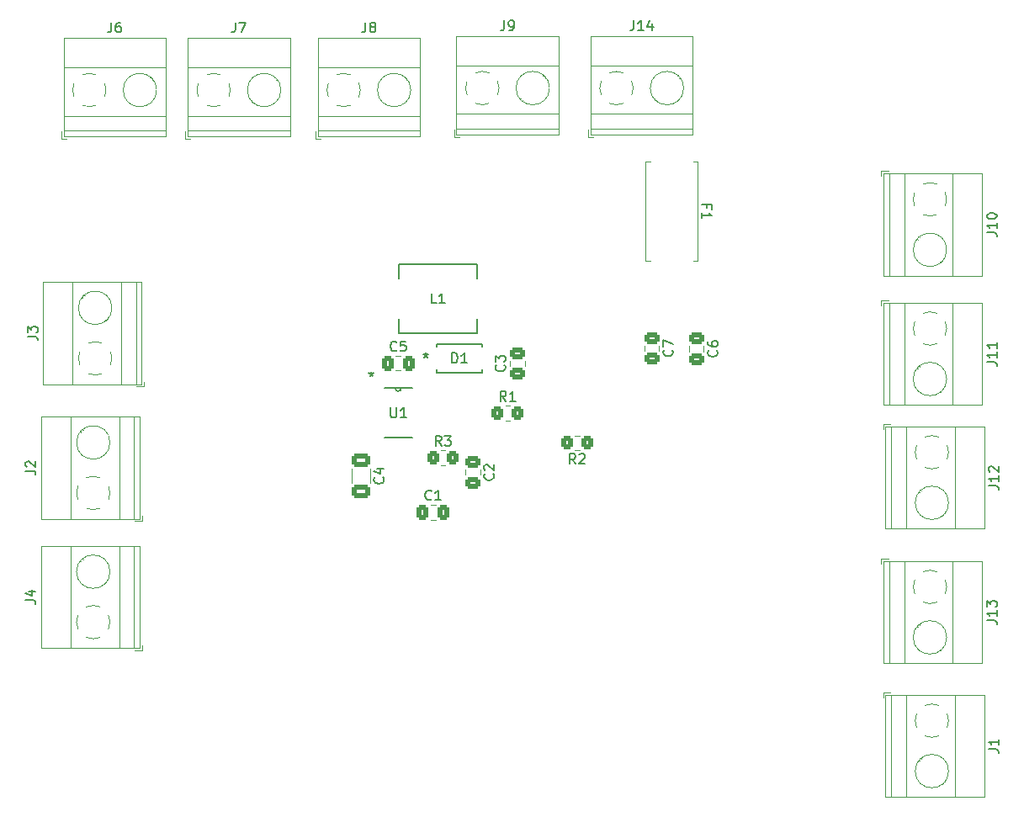
<source format=gto>
%TF.GenerationSoftware,KiCad,Pcbnew,8.0.5*%
%TF.CreationDate,2024-11-24T13:51:33-06:00*%
%TF.ProjectId,Buck_V2,4275636b-5f56-4322-9e6b-696361645f70,rev?*%
%TF.SameCoordinates,Original*%
%TF.FileFunction,Legend,Top*%
%TF.FilePolarity,Positive*%
%FSLAX46Y46*%
G04 Gerber Fmt 4.6, Leading zero omitted, Abs format (unit mm)*
G04 Created by KiCad (PCBNEW 8.0.5) date 2024-11-24 13:51:33*
%MOMM*%
%LPD*%
G01*
G04 APERTURE LIST*
G04 Aperture macros list*
%AMRoundRect*
0 Rectangle with rounded corners*
0 $1 Rounding radius*
0 $2 $3 $4 $5 $6 $7 $8 $9 X,Y pos of 4 corners*
0 Add a 4 corners polygon primitive as box body*
4,1,4,$2,$3,$4,$5,$6,$7,$8,$9,$2,$3,0*
0 Add four circle primitives for the rounded corners*
1,1,$1+$1,$2,$3*
1,1,$1+$1,$4,$5*
1,1,$1+$1,$6,$7*
1,1,$1+$1,$8,$9*
0 Add four rect primitives between the rounded corners*
20,1,$1+$1,$2,$3,$4,$5,0*
20,1,$1+$1,$4,$5,$6,$7,0*
20,1,$1+$1,$6,$7,$8,$9,0*
20,1,$1+$1,$8,$9,$2,$3,0*%
G04 Aperture macros list end*
%ADD10C,0.150000*%
%ADD11C,0.120000*%
%ADD12C,0.152400*%
%ADD13RoundRect,0.250000X-0.475000X0.337500X-0.475000X-0.337500X0.475000X-0.337500X0.475000X0.337500X0*%
%ADD14R,1.727200X1.625600*%
%ADD15RoundRect,0.250000X0.350000X0.450000X-0.350000X0.450000X-0.350000X-0.450000X0.350000X-0.450000X0*%
%ADD16RoundRect,0.250000X0.475000X-0.337500X0.475000X0.337500X-0.475000X0.337500X-0.475000X-0.337500X0*%
%ADD17R,2.600000X2.600000*%
%ADD18C,2.600000*%
%ADD19RoundRect,0.250000X-0.337500X-0.475000X0.337500X-0.475000X0.337500X0.475000X-0.337500X0.475000X0*%
%ADD20R,1.981200X0.558800*%
%ADD21R,3.810000X4.240000*%
%ADD22RoundRect,0.250000X-0.650000X0.412500X-0.650000X-0.412500X0.650000X-0.412500X0.650000X0.412500X0*%
%ADD23RoundRect,0.250000X-0.350000X-0.450000X0.350000X-0.450000X0.350000X0.450000X-0.350000X0.450000X0*%
%ADD24R,2.489200X3.429000*%
G04 APERTURE END LIST*
D10*
X112039580Y-125704166D02*
X112087200Y-125751785D01*
X112087200Y-125751785D02*
X112134819Y-125894642D01*
X112134819Y-125894642D02*
X112134819Y-125989880D01*
X112134819Y-125989880D02*
X112087200Y-126132737D01*
X112087200Y-126132737D02*
X111991961Y-126227975D01*
X111991961Y-126227975D02*
X111896723Y-126275594D01*
X111896723Y-126275594D02*
X111706247Y-126323213D01*
X111706247Y-126323213D02*
X111563390Y-126323213D01*
X111563390Y-126323213D02*
X111372914Y-126275594D01*
X111372914Y-126275594D02*
X111277676Y-126227975D01*
X111277676Y-126227975D02*
X111182438Y-126132737D01*
X111182438Y-126132737D02*
X111134819Y-125989880D01*
X111134819Y-125989880D02*
X111134819Y-125894642D01*
X111134819Y-125894642D02*
X111182438Y-125751785D01*
X111182438Y-125751785D02*
X111230057Y-125704166D01*
X111134819Y-124847023D02*
X111134819Y-125037499D01*
X111134819Y-125037499D02*
X111182438Y-125132737D01*
X111182438Y-125132737D02*
X111230057Y-125180356D01*
X111230057Y-125180356D02*
X111372914Y-125275594D01*
X111372914Y-125275594D02*
X111563390Y-125323213D01*
X111563390Y-125323213D02*
X111944342Y-125323213D01*
X111944342Y-125323213D02*
X112039580Y-125275594D01*
X112039580Y-125275594D02*
X112087200Y-125227975D01*
X112087200Y-125227975D02*
X112134819Y-125132737D01*
X112134819Y-125132737D02*
X112134819Y-124942261D01*
X112134819Y-124942261D02*
X112087200Y-124847023D01*
X112087200Y-124847023D02*
X112039580Y-124799404D01*
X112039580Y-124799404D02*
X111944342Y-124751785D01*
X111944342Y-124751785D02*
X111706247Y-124751785D01*
X111706247Y-124751785D02*
X111611009Y-124799404D01*
X111611009Y-124799404D02*
X111563390Y-124847023D01*
X111563390Y-124847023D02*
X111515771Y-124942261D01*
X111515771Y-124942261D02*
X111515771Y-125132737D01*
X111515771Y-125132737D02*
X111563390Y-125227975D01*
X111563390Y-125227975D02*
X111611009Y-125275594D01*
X111611009Y-125275594D02*
X111706247Y-125323213D01*
X85395505Y-126954819D02*
X85395505Y-125954819D01*
X85395505Y-125954819D02*
X85633600Y-125954819D01*
X85633600Y-125954819D02*
X85776457Y-126002438D01*
X85776457Y-126002438D02*
X85871695Y-126097676D01*
X85871695Y-126097676D02*
X85919314Y-126192914D01*
X85919314Y-126192914D02*
X85966933Y-126383390D01*
X85966933Y-126383390D02*
X85966933Y-126526247D01*
X85966933Y-126526247D02*
X85919314Y-126716723D01*
X85919314Y-126716723D02*
X85871695Y-126811961D01*
X85871695Y-126811961D02*
X85776457Y-126907200D01*
X85776457Y-126907200D02*
X85633600Y-126954819D01*
X85633600Y-126954819D02*
X85395505Y-126954819D01*
X86919314Y-126954819D02*
X86347886Y-126954819D01*
X86633600Y-126954819D02*
X86633600Y-125954819D01*
X86633600Y-125954819D02*
X86538362Y-126097676D01*
X86538362Y-126097676D02*
X86443124Y-126192914D01*
X86443124Y-126192914D02*
X86347886Y-126240533D01*
X82755400Y-125954819D02*
X82755400Y-126192914D01*
X82517305Y-126097676D02*
X82755400Y-126192914D01*
X82755400Y-126192914D02*
X82993495Y-126097676D01*
X82612543Y-126383390D02*
X82755400Y-126192914D01*
X82755400Y-126192914D02*
X82898257Y-126383390D01*
X82755400Y-125954819D02*
X82755400Y-126192914D01*
X82517305Y-126097676D02*
X82755400Y-126192914D01*
X82755400Y-126192914D02*
X82993495Y-126097676D01*
X82612543Y-126383390D02*
X82755400Y-126192914D01*
X82755400Y-126192914D02*
X82898257Y-126383390D01*
X97833333Y-137104819D02*
X97500000Y-136628628D01*
X97261905Y-137104819D02*
X97261905Y-136104819D01*
X97261905Y-136104819D02*
X97642857Y-136104819D01*
X97642857Y-136104819D02*
X97738095Y-136152438D01*
X97738095Y-136152438D02*
X97785714Y-136200057D01*
X97785714Y-136200057D02*
X97833333Y-136295295D01*
X97833333Y-136295295D02*
X97833333Y-136438152D01*
X97833333Y-136438152D02*
X97785714Y-136533390D01*
X97785714Y-136533390D02*
X97738095Y-136581009D01*
X97738095Y-136581009D02*
X97642857Y-136628628D01*
X97642857Y-136628628D02*
X97261905Y-136628628D01*
X98214286Y-136200057D02*
X98261905Y-136152438D01*
X98261905Y-136152438D02*
X98357143Y-136104819D01*
X98357143Y-136104819D02*
X98595238Y-136104819D01*
X98595238Y-136104819D02*
X98690476Y-136152438D01*
X98690476Y-136152438D02*
X98738095Y-136200057D01*
X98738095Y-136200057D02*
X98785714Y-136295295D01*
X98785714Y-136295295D02*
X98785714Y-136390533D01*
X98785714Y-136390533D02*
X98738095Y-136533390D01*
X98738095Y-136533390D02*
X98166667Y-137104819D01*
X98166667Y-137104819D02*
X98785714Y-137104819D01*
X90679580Y-127166666D02*
X90727200Y-127214285D01*
X90727200Y-127214285D02*
X90774819Y-127357142D01*
X90774819Y-127357142D02*
X90774819Y-127452380D01*
X90774819Y-127452380D02*
X90727200Y-127595237D01*
X90727200Y-127595237D02*
X90631961Y-127690475D01*
X90631961Y-127690475D02*
X90536723Y-127738094D01*
X90536723Y-127738094D02*
X90346247Y-127785713D01*
X90346247Y-127785713D02*
X90203390Y-127785713D01*
X90203390Y-127785713D02*
X90012914Y-127738094D01*
X90012914Y-127738094D02*
X89917676Y-127690475D01*
X89917676Y-127690475D02*
X89822438Y-127595237D01*
X89822438Y-127595237D02*
X89774819Y-127452380D01*
X89774819Y-127452380D02*
X89774819Y-127357142D01*
X89774819Y-127357142D02*
X89822438Y-127214285D01*
X89822438Y-127214285D02*
X89870057Y-127166666D01*
X89774819Y-126833332D02*
X89774819Y-126214285D01*
X89774819Y-126214285D02*
X90155771Y-126547618D01*
X90155771Y-126547618D02*
X90155771Y-126404761D01*
X90155771Y-126404761D02*
X90203390Y-126309523D01*
X90203390Y-126309523D02*
X90251009Y-126261904D01*
X90251009Y-126261904D02*
X90346247Y-126214285D01*
X90346247Y-126214285D02*
X90584342Y-126214285D01*
X90584342Y-126214285D02*
X90679580Y-126261904D01*
X90679580Y-126261904D02*
X90727200Y-126309523D01*
X90727200Y-126309523D02*
X90774819Y-126404761D01*
X90774819Y-126404761D02*
X90774819Y-126690475D01*
X90774819Y-126690475D02*
X90727200Y-126785713D01*
X90727200Y-126785713D02*
X90679580Y-126833332D01*
X63626666Y-92694819D02*
X63626666Y-93409104D01*
X63626666Y-93409104D02*
X63579047Y-93551961D01*
X63579047Y-93551961D02*
X63483809Y-93647200D01*
X63483809Y-93647200D02*
X63340952Y-93694819D01*
X63340952Y-93694819D02*
X63245714Y-93694819D01*
X64007619Y-92694819D02*
X64674285Y-92694819D01*
X64674285Y-92694819D02*
X64245714Y-93694819D01*
X76706666Y-92694819D02*
X76706666Y-93409104D01*
X76706666Y-93409104D02*
X76659047Y-93551961D01*
X76659047Y-93551961D02*
X76563809Y-93647200D01*
X76563809Y-93647200D02*
X76420952Y-93694819D01*
X76420952Y-93694819D02*
X76325714Y-93694819D01*
X77325714Y-93123390D02*
X77230476Y-93075771D01*
X77230476Y-93075771D02*
X77182857Y-93028152D01*
X77182857Y-93028152D02*
X77135238Y-92932914D01*
X77135238Y-92932914D02*
X77135238Y-92885295D01*
X77135238Y-92885295D02*
X77182857Y-92790057D01*
X77182857Y-92790057D02*
X77230476Y-92742438D01*
X77230476Y-92742438D02*
X77325714Y-92694819D01*
X77325714Y-92694819D02*
X77516190Y-92694819D01*
X77516190Y-92694819D02*
X77611428Y-92742438D01*
X77611428Y-92742438D02*
X77659047Y-92790057D01*
X77659047Y-92790057D02*
X77706666Y-92885295D01*
X77706666Y-92885295D02*
X77706666Y-92932914D01*
X77706666Y-92932914D02*
X77659047Y-93028152D01*
X77659047Y-93028152D02*
X77611428Y-93075771D01*
X77611428Y-93075771D02*
X77516190Y-93123390D01*
X77516190Y-93123390D02*
X77325714Y-93123390D01*
X77325714Y-93123390D02*
X77230476Y-93171009D01*
X77230476Y-93171009D02*
X77182857Y-93218628D01*
X77182857Y-93218628D02*
X77135238Y-93313866D01*
X77135238Y-93313866D02*
X77135238Y-93504342D01*
X77135238Y-93504342D02*
X77182857Y-93599580D01*
X77182857Y-93599580D02*
X77230476Y-93647200D01*
X77230476Y-93647200D02*
X77325714Y-93694819D01*
X77325714Y-93694819D02*
X77516190Y-93694819D01*
X77516190Y-93694819D02*
X77611428Y-93647200D01*
X77611428Y-93647200D02*
X77659047Y-93599580D01*
X77659047Y-93599580D02*
X77706666Y-93504342D01*
X77706666Y-93504342D02*
X77706666Y-93313866D01*
X77706666Y-93313866D02*
X77659047Y-93218628D01*
X77659047Y-93218628D02*
X77611428Y-93171009D01*
X77611428Y-93171009D02*
X77516190Y-93123390D01*
X89539580Y-138129166D02*
X89587200Y-138176785D01*
X89587200Y-138176785D02*
X89634819Y-138319642D01*
X89634819Y-138319642D02*
X89634819Y-138414880D01*
X89634819Y-138414880D02*
X89587200Y-138557737D01*
X89587200Y-138557737D02*
X89491961Y-138652975D01*
X89491961Y-138652975D02*
X89396723Y-138700594D01*
X89396723Y-138700594D02*
X89206247Y-138748213D01*
X89206247Y-138748213D02*
X89063390Y-138748213D01*
X89063390Y-138748213D02*
X88872914Y-138700594D01*
X88872914Y-138700594D02*
X88777676Y-138652975D01*
X88777676Y-138652975D02*
X88682438Y-138557737D01*
X88682438Y-138557737D02*
X88634819Y-138414880D01*
X88634819Y-138414880D02*
X88634819Y-138319642D01*
X88634819Y-138319642D02*
X88682438Y-138176785D01*
X88682438Y-138176785D02*
X88730057Y-138129166D01*
X88730057Y-137748213D02*
X88682438Y-137700594D01*
X88682438Y-137700594D02*
X88634819Y-137605356D01*
X88634819Y-137605356D02*
X88634819Y-137367261D01*
X88634819Y-137367261D02*
X88682438Y-137272023D01*
X88682438Y-137272023D02*
X88730057Y-137224404D01*
X88730057Y-137224404D02*
X88825295Y-137176785D01*
X88825295Y-137176785D02*
X88920533Y-137176785D01*
X88920533Y-137176785D02*
X89063390Y-137224404D01*
X89063390Y-137224404D02*
X89634819Y-137795832D01*
X89634819Y-137795832D02*
X89634819Y-137176785D01*
X79833333Y-125679580D02*
X79785714Y-125727200D01*
X79785714Y-125727200D02*
X79642857Y-125774819D01*
X79642857Y-125774819D02*
X79547619Y-125774819D01*
X79547619Y-125774819D02*
X79404762Y-125727200D01*
X79404762Y-125727200D02*
X79309524Y-125631961D01*
X79309524Y-125631961D02*
X79261905Y-125536723D01*
X79261905Y-125536723D02*
X79214286Y-125346247D01*
X79214286Y-125346247D02*
X79214286Y-125203390D01*
X79214286Y-125203390D02*
X79261905Y-125012914D01*
X79261905Y-125012914D02*
X79309524Y-124917676D01*
X79309524Y-124917676D02*
X79404762Y-124822438D01*
X79404762Y-124822438D02*
X79547619Y-124774819D01*
X79547619Y-124774819D02*
X79642857Y-124774819D01*
X79642857Y-124774819D02*
X79785714Y-124822438D01*
X79785714Y-124822438D02*
X79833333Y-124870057D01*
X80738095Y-124774819D02*
X80261905Y-124774819D01*
X80261905Y-124774819D02*
X80214286Y-125251009D01*
X80214286Y-125251009D02*
X80261905Y-125203390D01*
X80261905Y-125203390D02*
X80357143Y-125155771D01*
X80357143Y-125155771D02*
X80595238Y-125155771D01*
X80595238Y-125155771D02*
X80690476Y-125203390D01*
X80690476Y-125203390D02*
X80738095Y-125251009D01*
X80738095Y-125251009D02*
X80785714Y-125346247D01*
X80785714Y-125346247D02*
X80785714Y-125584342D01*
X80785714Y-125584342D02*
X80738095Y-125679580D01*
X80738095Y-125679580D02*
X80690476Y-125727200D01*
X80690476Y-125727200D02*
X80595238Y-125774819D01*
X80595238Y-125774819D02*
X80357143Y-125774819D01*
X80357143Y-125774819D02*
X80261905Y-125727200D01*
X80261905Y-125727200D02*
X80214286Y-125679580D01*
X107559780Y-125666666D02*
X107607400Y-125714285D01*
X107607400Y-125714285D02*
X107655019Y-125857142D01*
X107655019Y-125857142D02*
X107655019Y-125952380D01*
X107655019Y-125952380D02*
X107607400Y-126095237D01*
X107607400Y-126095237D02*
X107512161Y-126190475D01*
X107512161Y-126190475D02*
X107416923Y-126238094D01*
X107416923Y-126238094D02*
X107226447Y-126285713D01*
X107226447Y-126285713D02*
X107083590Y-126285713D01*
X107083590Y-126285713D02*
X106893114Y-126238094D01*
X106893114Y-126238094D02*
X106797876Y-126190475D01*
X106797876Y-126190475D02*
X106702638Y-126095237D01*
X106702638Y-126095237D02*
X106655019Y-125952380D01*
X106655019Y-125952380D02*
X106655019Y-125857142D01*
X106655019Y-125857142D02*
X106702638Y-125714285D01*
X106702638Y-125714285D02*
X106750257Y-125666666D01*
X106655019Y-125333332D02*
X106655019Y-124666666D01*
X106655019Y-124666666D02*
X107655019Y-125095237D01*
X103685476Y-92499819D02*
X103685476Y-93214104D01*
X103685476Y-93214104D02*
X103637857Y-93356961D01*
X103637857Y-93356961D02*
X103542619Y-93452200D01*
X103542619Y-93452200D02*
X103399762Y-93499819D01*
X103399762Y-93499819D02*
X103304524Y-93499819D01*
X104685476Y-93499819D02*
X104114048Y-93499819D01*
X104399762Y-93499819D02*
X104399762Y-92499819D01*
X104399762Y-92499819D02*
X104304524Y-92642676D01*
X104304524Y-92642676D02*
X104209286Y-92737914D01*
X104209286Y-92737914D02*
X104114048Y-92785533D01*
X105542619Y-92833152D02*
X105542619Y-93499819D01*
X105304524Y-92452200D02*
X105066429Y-93166485D01*
X105066429Y-93166485D02*
X105685476Y-93166485D01*
X139409819Y-165828333D02*
X140124104Y-165828333D01*
X140124104Y-165828333D02*
X140266961Y-165875952D01*
X140266961Y-165875952D02*
X140362200Y-165971190D01*
X140362200Y-165971190D02*
X140409819Y-166114047D01*
X140409819Y-166114047D02*
X140409819Y-166209285D01*
X140409819Y-164828333D02*
X140409819Y-165399761D01*
X140409819Y-165114047D02*
X139409819Y-165114047D01*
X139409819Y-165114047D02*
X139552676Y-165209285D01*
X139552676Y-165209285D02*
X139647914Y-165304523D01*
X139647914Y-165304523D02*
X139695533Y-165399761D01*
X79238095Y-131454819D02*
X79238095Y-132264342D01*
X79238095Y-132264342D02*
X79285714Y-132359580D01*
X79285714Y-132359580D02*
X79333333Y-132407200D01*
X79333333Y-132407200D02*
X79428571Y-132454819D01*
X79428571Y-132454819D02*
X79619047Y-132454819D01*
X79619047Y-132454819D02*
X79714285Y-132407200D01*
X79714285Y-132407200D02*
X79761904Y-132359580D01*
X79761904Y-132359580D02*
X79809523Y-132264342D01*
X79809523Y-132264342D02*
X79809523Y-131454819D01*
X80809523Y-132454819D02*
X80238095Y-132454819D01*
X80523809Y-132454819D02*
X80523809Y-131454819D01*
X80523809Y-131454819D02*
X80428571Y-131597676D01*
X80428571Y-131597676D02*
X80333333Y-131692914D01*
X80333333Y-131692914D02*
X80238095Y-131740533D01*
X77282200Y-127848019D02*
X77282200Y-128086114D01*
X77044105Y-127990876D02*
X77282200Y-128086114D01*
X77282200Y-128086114D02*
X77520295Y-127990876D01*
X77139343Y-128276590D02*
X77282200Y-128086114D01*
X77282200Y-128086114D02*
X77425057Y-128276590D01*
X77282200Y-127848019D02*
X77282200Y-128086114D01*
X77044105Y-127990876D02*
X77282200Y-128086114D01*
X77282200Y-128086114D02*
X77520295Y-127990876D01*
X77139343Y-128276590D02*
X77282200Y-128086114D01*
X77282200Y-128086114D02*
X77425057Y-128276590D01*
X51126666Y-92694819D02*
X51126666Y-93409104D01*
X51126666Y-93409104D02*
X51079047Y-93551961D01*
X51079047Y-93551961D02*
X50983809Y-93647200D01*
X50983809Y-93647200D02*
X50840952Y-93694819D01*
X50840952Y-93694819D02*
X50745714Y-93694819D01*
X52031428Y-92694819D02*
X51840952Y-92694819D01*
X51840952Y-92694819D02*
X51745714Y-92742438D01*
X51745714Y-92742438D02*
X51698095Y-92790057D01*
X51698095Y-92790057D02*
X51602857Y-92932914D01*
X51602857Y-92932914D02*
X51555238Y-93123390D01*
X51555238Y-93123390D02*
X51555238Y-93504342D01*
X51555238Y-93504342D02*
X51602857Y-93599580D01*
X51602857Y-93599580D02*
X51650476Y-93647200D01*
X51650476Y-93647200D02*
X51745714Y-93694819D01*
X51745714Y-93694819D02*
X51936190Y-93694819D01*
X51936190Y-93694819D02*
X52031428Y-93647200D01*
X52031428Y-93647200D02*
X52079047Y-93599580D01*
X52079047Y-93599580D02*
X52126666Y-93504342D01*
X52126666Y-93504342D02*
X52126666Y-93266247D01*
X52126666Y-93266247D02*
X52079047Y-93171009D01*
X52079047Y-93171009D02*
X52031428Y-93123390D01*
X52031428Y-93123390D02*
X51936190Y-93075771D01*
X51936190Y-93075771D02*
X51745714Y-93075771D01*
X51745714Y-93075771D02*
X51650476Y-93123390D01*
X51650476Y-93123390D02*
X51602857Y-93171009D01*
X51602857Y-93171009D02*
X51555238Y-93266247D01*
X90661666Y-92499819D02*
X90661666Y-93214104D01*
X90661666Y-93214104D02*
X90614047Y-93356961D01*
X90614047Y-93356961D02*
X90518809Y-93452200D01*
X90518809Y-93452200D02*
X90375952Y-93499819D01*
X90375952Y-93499819D02*
X90280714Y-93499819D01*
X91185476Y-93499819D02*
X91375952Y-93499819D01*
X91375952Y-93499819D02*
X91471190Y-93452200D01*
X91471190Y-93452200D02*
X91518809Y-93404580D01*
X91518809Y-93404580D02*
X91614047Y-93261723D01*
X91614047Y-93261723D02*
X91661666Y-93071247D01*
X91661666Y-93071247D02*
X91661666Y-92690295D01*
X91661666Y-92690295D02*
X91614047Y-92595057D01*
X91614047Y-92595057D02*
X91566428Y-92547438D01*
X91566428Y-92547438D02*
X91471190Y-92499819D01*
X91471190Y-92499819D02*
X91280714Y-92499819D01*
X91280714Y-92499819D02*
X91185476Y-92547438D01*
X91185476Y-92547438D02*
X91137857Y-92595057D01*
X91137857Y-92595057D02*
X91090238Y-92690295D01*
X91090238Y-92690295D02*
X91090238Y-92928390D01*
X91090238Y-92928390D02*
X91137857Y-93023628D01*
X91137857Y-93023628D02*
X91185476Y-93071247D01*
X91185476Y-93071247D02*
X91280714Y-93118866D01*
X91280714Y-93118866D02*
X91471190Y-93118866D01*
X91471190Y-93118866D02*
X91566428Y-93071247D01*
X91566428Y-93071247D02*
X91614047Y-93023628D01*
X91614047Y-93023628D02*
X91661666Y-92928390D01*
X42499819Y-137838333D02*
X43214104Y-137838333D01*
X43214104Y-137838333D02*
X43356961Y-137885952D01*
X43356961Y-137885952D02*
X43452200Y-137981190D01*
X43452200Y-137981190D02*
X43499819Y-138124047D01*
X43499819Y-138124047D02*
X43499819Y-138219285D01*
X42595057Y-137409761D02*
X42547438Y-137362142D01*
X42547438Y-137362142D02*
X42499819Y-137266904D01*
X42499819Y-137266904D02*
X42499819Y-137028809D01*
X42499819Y-137028809D02*
X42547438Y-136933571D01*
X42547438Y-136933571D02*
X42595057Y-136885952D01*
X42595057Y-136885952D02*
X42690295Y-136838333D01*
X42690295Y-136838333D02*
X42785533Y-136838333D01*
X42785533Y-136838333D02*
X42928390Y-136885952D01*
X42928390Y-136885952D02*
X43499819Y-137457380D01*
X43499819Y-137457380D02*
X43499819Y-136838333D01*
X42499819Y-150838333D02*
X43214104Y-150838333D01*
X43214104Y-150838333D02*
X43356961Y-150885952D01*
X43356961Y-150885952D02*
X43452200Y-150981190D01*
X43452200Y-150981190D02*
X43499819Y-151124047D01*
X43499819Y-151124047D02*
X43499819Y-151219285D01*
X42833152Y-149933571D02*
X43499819Y-149933571D01*
X42452200Y-150171666D02*
X43166485Y-150409761D01*
X43166485Y-150409761D02*
X43166485Y-149790714D01*
X111068990Y-111351666D02*
X111068990Y-111018333D01*
X110545180Y-111018333D02*
X111545180Y-111018333D01*
X111545180Y-111018333D02*
X111545180Y-111494523D01*
X110545180Y-112399285D02*
X110545180Y-111827857D01*
X110545180Y-112113571D02*
X111545180Y-112113571D01*
X111545180Y-112113571D02*
X111402323Y-112018333D01*
X111402323Y-112018333D02*
X111307085Y-111923095D01*
X111307085Y-111923095D02*
X111259466Y-111827857D01*
X78459580Y-138479166D02*
X78507200Y-138526785D01*
X78507200Y-138526785D02*
X78554819Y-138669642D01*
X78554819Y-138669642D02*
X78554819Y-138764880D01*
X78554819Y-138764880D02*
X78507200Y-138907737D01*
X78507200Y-138907737D02*
X78411961Y-139002975D01*
X78411961Y-139002975D02*
X78316723Y-139050594D01*
X78316723Y-139050594D02*
X78126247Y-139098213D01*
X78126247Y-139098213D02*
X77983390Y-139098213D01*
X77983390Y-139098213D02*
X77792914Y-139050594D01*
X77792914Y-139050594D02*
X77697676Y-139002975D01*
X77697676Y-139002975D02*
X77602438Y-138907737D01*
X77602438Y-138907737D02*
X77554819Y-138764880D01*
X77554819Y-138764880D02*
X77554819Y-138669642D01*
X77554819Y-138669642D02*
X77602438Y-138526785D01*
X77602438Y-138526785D02*
X77650057Y-138479166D01*
X77888152Y-137622023D02*
X78554819Y-137622023D01*
X77507200Y-137860118D02*
X78221485Y-138098213D01*
X78221485Y-138098213D02*
X78221485Y-137479166D01*
X139409819Y-139304523D02*
X140124104Y-139304523D01*
X140124104Y-139304523D02*
X140266961Y-139352142D01*
X140266961Y-139352142D02*
X140362200Y-139447380D01*
X140362200Y-139447380D02*
X140409819Y-139590237D01*
X140409819Y-139590237D02*
X140409819Y-139685475D01*
X140409819Y-138304523D02*
X140409819Y-138875951D01*
X140409819Y-138590237D02*
X139409819Y-138590237D01*
X139409819Y-138590237D02*
X139552676Y-138685475D01*
X139552676Y-138685475D02*
X139647914Y-138780713D01*
X139647914Y-138780713D02*
X139695533Y-138875951D01*
X139505057Y-137923570D02*
X139457438Y-137875951D01*
X139457438Y-137875951D02*
X139409819Y-137780713D01*
X139409819Y-137780713D02*
X139409819Y-137542618D01*
X139409819Y-137542618D02*
X139457438Y-137447380D01*
X139457438Y-137447380D02*
X139505057Y-137399761D01*
X139505057Y-137399761D02*
X139600295Y-137352142D01*
X139600295Y-137352142D02*
X139695533Y-137352142D01*
X139695533Y-137352142D02*
X139838390Y-137399761D01*
X139838390Y-137399761D02*
X140409819Y-137971189D01*
X140409819Y-137971189D02*
X140409819Y-137352142D01*
X139214819Y-152849523D02*
X139929104Y-152849523D01*
X139929104Y-152849523D02*
X140071961Y-152897142D01*
X140071961Y-152897142D02*
X140167200Y-152992380D01*
X140167200Y-152992380D02*
X140214819Y-153135237D01*
X140214819Y-153135237D02*
X140214819Y-153230475D01*
X140214819Y-151849523D02*
X140214819Y-152420951D01*
X140214819Y-152135237D02*
X139214819Y-152135237D01*
X139214819Y-152135237D02*
X139357676Y-152230475D01*
X139357676Y-152230475D02*
X139452914Y-152325713D01*
X139452914Y-152325713D02*
X139500533Y-152420951D01*
X139214819Y-151516189D02*
X139214819Y-150897142D01*
X139214819Y-150897142D02*
X139595771Y-151230475D01*
X139595771Y-151230475D02*
X139595771Y-151087618D01*
X139595771Y-151087618D02*
X139643390Y-150992380D01*
X139643390Y-150992380D02*
X139691009Y-150944761D01*
X139691009Y-150944761D02*
X139786247Y-150897142D01*
X139786247Y-150897142D02*
X140024342Y-150897142D01*
X140024342Y-150897142D02*
X140119580Y-150944761D01*
X140119580Y-150944761D02*
X140167200Y-150992380D01*
X140167200Y-150992380D02*
X140214819Y-151087618D01*
X140214819Y-151087618D02*
X140214819Y-151373332D01*
X140214819Y-151373332D02*
X140167200Y-151468570D01*
X140167200Y-151468570D02*
X140119580Y-151516189D01*
X42694819Y-124293333D02*
X43409104Y-124293333D01*
X43409104Y-124293333D02*
X43551961Y-124340952D01*
X43551961Y-124340952D02*
X43647200Y-124436190D01*
X43647200Y-124436190D02*
X43694819Y-124579047D01*
X43694819Y-124579047D02*
X43694819Y-124674285D01*
X42694819Y-123912380D02*
X42694819Y-123293333D01*
X42694819Y-123293333D02*
X43075771Y-123626666D01*
X43075771Y-123626666D02*
X43075771Y-123483809D01*
X43075771Y-123483809D02*
X43123390Y-123388571D01*
X43123390Y-123388571D02*
X43171009Y-123340952D01*
X43171009Y-123340952D02*
X43266247Y-123293333D01*
X43266247Y-123293333D02*
X43504342Y-123293333D01*
X43504342Y-123293333D02*
X43599580Y-123340952D01*
X43599580Y-123340952D02*
X43647200Y-123388571D01*
X43647200Y-123388571D02*
X43694819Y-123483809D01*
X43694819Y-123483809D02*
X43694819Y-123769523D01*
X43694819Y-123769523D02*
X43647200Y-123864761D01*
X43647200Y-123864761D02*
X43599580Y-123912380D01*
X139214819Y-113849523D02*
X139929104Y-113849523D01*
X139929104Y-113849523D02*
X140071961Y-113897142D01*
X140071961Y-113897142D02*
X140167200Y-113992380D01*
X140167200Y-113992380D02*
X140214819Y-114135237D01*
X140214819Y-114135237D02*
X140214819Y-114230475D01*
X140214819Y-112849523D02*
X140214819Y-113420951D01*
X140214819Y-113135237D02*
X139214819Y-113135237D01*
X139214819Y-113135237D02*
X139357676Y-113230475D01*
X139357676Y-113230475D02*
X139452914Y-113325713D01*
X139452914Y-113325713D02*
X139500533Y-113420951D01*
X139214819Y-112230475D02*
X139214819Y-112135237D01*
X139214819Y-112135237D02*
X139262438Y-112039999D01*
X139262438Y-112039999D02*
X139310057Y-111992380D01*
X139310057Y-111992380D02*
X139405295Y-111944761D01*
X139405295Y-111944761D02*
X139595771Y-111897142D01*
X139595771Y-111897142D02*
X139833866Y-111897142D01*
X139833866Y-111897142D02*
X140024342Y-111944761D01*
X140024342Y-111944761D02*
X140119580Y-111992380D01*
X140119580Y-111992380D02*
X140167200Y-112039999D01*
X140167200Y-112039999D02*
X140214819Y-112135237D01*
X140214819Y-112135237D02*
X140214819Y-112230475D01*
X140214819Y-112230475D02*
X140167200Y-112325713D01*
X140167200Y-112325713D02*
X140119580Y-112373332D01*
X140119580Y-112373332D02*
X140024342Y-112420951D01*
X140024342Y-112420951D02*
X139833866Y-112468570D01*
X139833866Y-112468570D02*
X139595771Y-112468570D01*
X139595771Y-112468570D02*
X139405295Y-112420951D01*
X139405295Y-112420951D02*
X139310057Y-112373332D01*
X139310057Y-112373332D02*
X139262438Y-112325713D01*
X139262438Y-112325713D02*
X139214819Y-112230475D01*
X84333333Y-135304819D02*
X84000000Y-134828628D01*
X83761905Y-135304819D02*
X83761905Y-134304819D01*
X83761905Y-134304819D02*
X84142857Y-134304819D01*
X84142857Y-134304819D02*
X84238095Y-134352438D01*
X84238095Y-134352438D02*
X84285714Y-134400057D01*
X84285714Y-134400057D02*
X84333333Y-134495295D01*
X84333333Y-134495295D02*
X84333333Y-134638152D01*
X84333333Y-134638152D02*
X84285714Y-134733390D01*
X84285714Y-134733390D02*
X84238095Y-134781009D01*
X84238095Y-134781009D02*
X84142857Y-134828628D01*
X84142857Y-134828628D02*
X83761905Y-134828628D01*
X84666667Y-134304819D02*
X85285714Y-134304819D01*
X85285714Y-134304819D02*
X84952381Y-134685771D01*
X84952381Y-134685771D02*
X85095238Y-134685771D01*
X85095238Y-134685771D02*
X85190476Y-134733390D01*
X85190476Y-134733390D02*
X85238095Y-134781009D01*
X85238095Y-134781009D02*
X85285714Y-134876247D01*
X85285714Y-134876247D02*
X85285714Y-135114342D01*
X85285714Y-135114342D02*
X85238095Y-135209580D01*
X85238095Y-135209580D02*
X85190476Y-135257200D01*
X85190476Y-135257200D02*
X85095238Y-135304819D01*
X85095238Y-135304819D02*
X84809524Y-135304819D01*
X84809524Y-135304819D02*
X84714286Y-135257200D01*
X84714286Y-135257200D02*
X84666667Y-135209580D01*
X139214819Y-126849523D02*
X139929104Y-126849523D01*
X139929104Y-126849523D02*
X140071961Y-126897142D01*
X140071961Y-126897142D02*
X140167200Y-126992380D01*
X140167200Y-126992380D02*
X140214819Y-127135237D01*
X140214819Y-127135237D02*
X140214819Y-127230475D01*
X140214819Y-125849523D02*
X140214819Y-126420951D01*
X140214819Y-126135237D02*
X139214819Y-126135237D01*
X139214819Y-126135237D02*
X139357676Y-126230475D01*
X139357676Y-126230475D02*
X139452914Y-126325713D01*
X139452914Y-126325713D02*
X139500533Y-126420951D01*
X140214819Y-124897142D02*
X140214819Y-125468570D01*
X140214819Y-125182856D02*
X139214819Y-125182856D01*
X139214819Y-125182856D02*
X139357676Y-125278094D01*
X139357676Y-125278094D02*
X139452914Y-125373332D01*
X139452914Y-125373332D02*
X139500533Y-125468570D01*
X83333333Y-140679580D02*
X83285714Y-140727200D01*
X83285714Y-140727200D02*
X83142857Y-140774819D01*
X83142857Y-140774819D02*
X83047619Y-140774819D01*
X83047619Y-140774819D02*
X82904762Y-140727200D01*
X82904762Y-140727200D02*
X82809524Y-140631961D01*
X82809524Y-140631961D02*
X82761905Y-140536723D01*
X82761905Y-140536723D02*
X82714286Y-140346247D01*
X82714286Y-140346247D02*
X82714286Y-140203390D01*
X82714286Y-140203390D02*
X82761905Y-140012914D01*
X82761905Y-140012914D02*
X82809524Y-139917676D01*
X82809524Y-139917676D02*
X82904762Y-139822438D01*
X82904762Y-139822438D02*
X83047619Y-139774819D01*
X83047619Y-139774819D02*
X83142857Y-139774819D01*
X83142857Y-139774819D02*
X83285714Y-139822438D01*
X83285714Y-139822438D02*
X83333333Y-139870057D01*
X84285714Y-140774819D02*
X83714286Y-140774819D01*
X84000000Y-140774819D02*
X84000000Y-139774819D01*
X84000000Y-139774819D02*
X83904762Y-139917676D01*
X83904762Y-139917676D02*
X83809524Y-140012914D01*
X83809524Y-140012914D02*
X83714286Y-140060533D01*
X83833333Y-120954819D02*
X83357143Y-120954819D01*
X83357143Y-120954819D02*
X83357143Y-119954819D01*
X84690476Y-120954819D02*
X84119048Y-120954819D01*
X84404762Y-120954819D02*
X84404762Y-119954819D01*
X84404762Y-119954819D02*
X84309524Y-120097676D01*
X84309524Y-120097676D02*
X84214286Y-120192914D01*
X84214286Y-120192914D02*
X84119048Y-120240533D01*
X90833333Y-130804819D02*
X90500000Y-130328628D01*
X90261905Y-130804819D02*
X90261905Y-129804819D01*
X90261905Y-129804819D02*
X90642857Y-129804819D01*
X90642857Y-129804819D02*
X90738095Y-129852438D01*
X90738095Y-129852438D02*
X90785714Y-129900057D01*
X90785714Y-129900057D02*
X90833333Y-129995295D01*
X90833333Y-129995295D02*
X90833333Y-130138152D01*
X90833333Y-130138152D02*
X90785714Y-130233390D01*
X90785714Y-130233390D02*
X90738095Y-130281009D01*
X90738095Y-130281009D02*
X90642857Y-130328628D01*
X90642857Y-130328628D02*
X90261905Y-130328628D01*
X91785714Y-130804819D02*
X91214286Y-130804819D01*
X91500000Y-130804819D02*
X91500000Y-129804819D01*
X91500000Y-129804819D02*
X91404762Y-129947676D01*
X91404762Y-129947676D02*
X91309524Y-130042914D01*
X91309524Y-130042914D02*
X91214286Y-130090533D01*
D11*
%TO.C,C6*%
X109265000Y-125276248D02*
X109265000Y-125798752D01*
X110735000Y-125276248D02*
X110735000Y-125798752D01*
D12*
%TO.C,D1*%
X83860300Y-125064900D02*
X83860300Y-125354460D01*
X83860300Y-127645540D02*
X83860300Y-127935100D01*
X83860300Y-127935100D02*
X88406900Y-127935100D01*
X88406900Y-125064900D02*
X83860300Y-125064900D01*
X88406900Y-125354460D02*
X88406900Y-125064900D01*
X88406900Y-127935100D02*
X88406900Y-127645540D01*
D11*
%TO.C,R2*%
X98227064Y-134265000D02*
X97772936Y-134265000D01*
X98227064Y-135735000D02*
X97772936Y-135735000D01*
%TO.C,C3*%
X91265000Y-127261252D02*
X91265000Y-126738748D01*
X92735000Y-127261252D02*
X92735000Y-126738748D01*
%TO.C,J7*%
X58580000Y-103660000D02*
X58580000Y-104400000D01*
X58580000Y-104400000D02*
X59080000Y-104400000D01*
X58820000Y-94239000D02*
X58820000Y-104160000D01*
X58820000Y-94239000D02*
X69100000Y-94239000D01*
X58820000Y-97199000D02*
X69100000Y-97199000D01*
X58820000Y-102100000D02*
X69100000Y-102100000D01*
X58820000Y-103600000D02*
X69100000Y-103600000D01*
X58820000Y-104160000D02*
X69100000Y-104160000D01*
X65273000Y-100523000D02*
X65226000Y-100569000D01*
X65466000Y-100739000D02*
X65431000Y-100774000D01*
X67570000Y-98225000D02*
X67535000Y-98261000D01*
X67775000Y-98431000D02*
X67728000Y-98477000D01*
X69100000Y-94239000D02*
X69100000Y-104160000D01*
X59884573Y-100183042D02*
G75*
G02*
X59885000Y-98816000I1535420J683041D01*
G01*
X60736958Y-97964573D02*
G75*
G02*
X62104000Y-97965000I683041J-1535420D01*
G01*
X61448805Y-101180253D02*
G75*
G02*
X60736000Y-101035000I-28806J1680254D01*
G01*
X62103318Y-101034756D02*
G75*
G02*
X61420000Y-101180000I-683318J1534756D01*
G01*
X62955427Y-98816958D02*
G75*
G02*
X62955000Y-100184000I-1535427J-683042D01*
G01*
X68180000Y-99500000D02*
G75*
G02*
X64820000Y-99500000I-1680000J0D01*
G01*
X64820000Y-99500000D02*
G75*
G02*
X68180000Y-99500000I1680000J0D01*
G01*
%TO.C,J8*%
X71660000Y-103660000D02*
X71660000Y-104400000D01*
X71660000Y-104400000D02*
X72160000Y-104400000D01*
X71900000Y-94239000D02*
X71900000Y-104160000D01*
X71900000Y-94239000D02*
X82180000Y-94239000D01*
X71900000Y-97199000D02*
X82180000Y-97199000D01*
X71900000Y-102100000D02*
X82180000Y-102100000D01*
X71900000Y-103600000D02*
X82180000Y-103600000D01*
X71900000Y-104160000D02*
X82180000Y-104160000D01*
X78353000Y-100523000D02*
X78306000Y-100569000D01*
X78546000Y-100739000D02*
X78511000Y-100774000D01*
X80650000Y-98225000D02*
X80615000Y-98261000D01*
X80855000Y-98431000D02*
X80808000Y-98477000D01*
X82180000Y-94239000D02*
X82180000Y-104160000D01*
X72964573Y-100183042D02*
G75*
G02*
X72965000Y-98816000I1535420J683041D01*
G01*
X73816958Y-97964573D02*
G75*
G02*
X75184000Y-97965000I683041J-1535420D01*
G01*
X74528805Y-101180253D02*
G75*
G02*
X73816000Y-101035000I-28806J1680254D01*
G01*
X75183318Y-101034756D02*
G75*
G02*
X74500000Y-101180000I-683318J1534756D01*
G01*
X76035427Y-98816958D02*
G75*
G02*
X76035000Y-100184000I-1535427J-683042D01*
G01*
X81260000Y-99500000D02*
G75*
G02*
X77900000Y-99500000I-1680000J0D01*
G01*
X77900000Y-99500000D02*
G75*
G02*
X81260000Y-99500000I1680000J0D01*
G01*
%TO.C,C2*%
X86765000Y-137701248D02*
X86765000Y-138223752D01*
X88235000Y-137701248D02*
X88235000Y-138223752D01*
%TO.C,C5*%
X79738748Y-126265000D02*
X80261252Y-126265000D01*
X79738748Y-127735000D02*
X80261252Y-127735000D01*
%TO.C,C7*%
X104785200Y-125238748D02*
X104785200Y-125761252D01*
X106255200Y-125238748D02*
X106255200Y-125761252D01*
%TO.C,J14*%
X99115000Y-103465000D02*
X99115000Y-104205000D01*
X99115000Y-104205000D02*
X99615000Y-104205000D01*
X99355000Y-94044000D02*
X99355000Y-103965000D01*
X99355000Y-94044000D02*
X109635000Y-94044000D01*
X99355000Y-97004000D02*
X109635000Y-97004000D01*
X99355000Y-101905000D02*
X109635000Y-101905000D01*
X99355000Y-103405000D02*
X109635000Y-103405000D01*
X99355000Y-103965000D02*
X109635000Y-103965000D01*
X105808000Y-100328000D02*
X105761000Y-100374000D01*
X106001000Y-100544000D02*
X105966000Y-100579000D01*
X108105000Y-98030000D02*
X108070000Y-98066000D01*
X108310000Y-98236000D02*
X108263000Y-98282000D01*
X109635000Y-94044000D02*
X109635000Y-103965000D01*
X100419573Y-99988042D02*
G75*
G02*
X100420000Y-98621000I1535420J683041D01*
G01*
X101271958Y-97769573D02*
G75*
G02*
X102639000Y-97770000I683041J-1535420D01*
G01*
X101983805Y-100985253D02*
G75*
G02*
X101271000Y-100840000I-28806J1680254D01*
G01*
X102638318Y-100839756D02*
G75*
G02*
X101955000Y-100985000I-683318J1534756D01*
G01*
X103490427Y-98621958D02*
G75*
G02*
X103490000Y-99989000I-1535427J-683042D01*
G01*
X108715000Y-99305000D02*
G75*
G02*
X105355000Y-99305000I-1680000J0D01*
G01*
X105355000Y-99305000D02*
G75*
G02*
X108715000Y-99305000I1680000J0D01*
G01*
%TO.C,J1*%
X128795000Y-160115000D02*
X128795000Y-160615000D01*
X129035000Y-160355000D02*
X129035000Y-170635000D01*
X129535000Y-160115000D02*
X128795000Y-160115000D01*
X129595000Y-160355000D02*
X129595000Y-170635000D01*
X131095000Y-160355000D02*
X131095000Y-170635000D01*
X132456000Y-167001000D02*
X132421000Y-166966000D01*
X132672000Y-166808000D02*
X132626000Y-166761000D01*
X134764000Y-169310000D02*
X134718000Y-169263000D01*
X134970000Y-169105000D02*
X134934000Y-169070000D01*
X135996000Y-160355000D02*
X135996000Y-170635000D01*
X138956000Y-160355000D02*
X129035000Y-160355000D01*
X138956000Y-160355000D02*
X138956000Y-170635000D01*
X138956000Y-170635000D02*
X129035000Y-170635000D01*
X132014747Y-162983805D02*
G75*
G02*
X132160000Y-162271000I1680254J28806D01*
G01*
X132160244Y-163638318D02*
G75*
G02*
X132015000Y-162955000I1534756J683318D01*
G01*
X133011958Y-161419573D02*
G75*
G02*
X134379000Y-161420000I683041J-1535420D01*
G01*
X134378042Y-164490427D02*
G75*
G02*
X133011000Y-164490000I-683042J1535427D01*
G01*
X135230427Y-162271958D02*
G75*
G02*
X135230000Y-163639000I-1535420J-683041D01*
G01*
X135375000Y-168035000D02*
G75*
G02*
X132015000Y-168035000I-1680000J0D01*
G01*
X132015000Y-168035000D02*
G75*
G02*
X135375000Y-168035000I1680000J0D01*
G01*
D12*
%TO.C,U1*%
X78626347Y-134501900D02*
X81373653Y-134501900D01*
X81373653Y-129498100D02*
X78626347Y-129498100D01*
X80304800Y-129498100D02*
G75*
G02*
X79695200Y-129498100I-304800J0D01*
G01*
D11*
%TO.C,J6*%
X46080000Y-103660000D02*
X46080000Y-104400000D01*
X46080000Y-104400000D02*
X46580000Y-104400000D01*
X46320000Y-94239000D02*
X46320000Y-104160000D01*
X46320000Y-94239000D02*
X56600000Y-94239000D01*
X46320000Y-97199000D02*
X56600000Y-97199000D01*
X46320000Y-102100000D02*
X56600000Y-102100000D01*
X46320000Y-103600000D02*
X56600000Y-103600000D01*
X46320000Y-104160000D02*
X56600000Y-104160000D01*
X52773000Y-100523000D02*
X52726000Y-100569000D01*
X52966000Y-100739000D02*
X52931000Y-100774000D01*
X55070000Y-98225000D02*
X55035000Y-98261000D01*
X55275000Y-98431000D02*
X55228000Y-98477000D01*
X56600000Y-94239000D02*
X56600000Y-104160000D01*
X47384573Y-100183042D02*
G75*
G02*
X47385000Y-98816000I1535420J683041D01*
G01*
X48236958Y-97964573D02*
G75*
G02*
X49604000Y-97965000I683041J-1535420D01*
G01*
X48948805Y-101180253D02*
G75*
G02*
X48236000Y-101035000I-28806J1680254D01*
G01*
X49603318Y-101034756D02*
G75*
G02*
X48920000Y-101180000I-683318J1534756D01*
G01*
X50455427Y-98816958D02*
G75*
G02*
X50455000Y-100184000I-1535427J-683042D01*
G01*
X55680000Y-99500000D02*
G75*
G02*
X52320000Y-99500000I-1680000J0D01*
G01*
X52320000Y-99500000D02*
G75*
G02*
X55680000Y-99500000I1680000J0D01*
G01*
%TO.C,J9*%
X85615000Y-103465000D02*
X85615000Y-104205000D01*
X85615000Y-104205000D02*
X86115000Y-104205000D01*
X85855000Y-94044000D02*
X85855000Y-103965000D01*
X85855000Y-94044000D02*
X96135000Y-94044000D01*
X85855000Y-97004000D02*
X96135000Y-97004000D01*
X85855000Y-101905000D02*
X96135000Y-101905000D01*
X85855000Y-103405000D02*
X96135000Y-103405000D01*
X85855000Y-103965000D02*
X96135000Y-103965000D01*
X92308000Y-100328000D02*
X92261000Y-100374000D01*
X92501000Y-100544000D02*
X92466000Y-100579000D01*
X94605000Y-98030000D02*
X94570000Y-98066000D01*
X94810000Y-98236000D02*
X94763000Y-98282000D01*
X96135000Y-94044000D02*
X96135000Y-103965000D01*
X86919573Y-99988042D02*
G75*
G02*
X86920000Y-98621000I1535420J683041D01*
G01*
X87771958Y-97769573D02*
G75*
G02*
X89139000Y-97770000I683041J-1535420D01*
G01*
X88483805Y-100985253D02*
G75*
G02*
X87771000Y-100840000I-28806J1680254D01*
G01*
X89138318Y-100839756D02*
G75*
G02*
X88455000Y-100985000I-683318J1534756D01*
G01*
X89990427Y-98621958D02*
G75*
G02*
X89990000Y-99989000I-1535427J-683042D01*
G01*
X95215000Y-99305000D02*
G75*
G02*
X91855000Y-99305000I-1680000J0D01*
G01*
X91855000Y-99305000D02*
G75*
G02*
X95215000Y-99305000I1680000J0D01*
G01*
%TO.C,J2*%
X44044000Y-132365000D02*
X53965000Y-132365000D01*
X44044000Y-142645000D02*
X44044000Y-132365000D01*
X44044000Y-142645000D02*
X53965000Y-142645000D01*
X47004000Y-142645000D02*
X47004000Y-132365000D01*
X48030000Y-133895000D02*
X48066000Y-133930000D01*
X48236000Y-133690000D02*
X48282000Y-133737000D01*
X50328000Y-136192000D02*
X50374000Y-136239000D01*
X50544000Y-135999000D02*
X50579000Y-136034000D01*
X51905000Y-142645000D02*
X51905000Y-132365000D01*
X53405000Y-142645000D02*
X53405000Y-132365000D01*
X53465000Y-142885000D02*
X54205000Y-142885000D01*
X53965000Y-142645000D02*
X53965000Y-132365000D01*
X54205000Y-142885000D02*
X54205000Y-142385000D01*
X47769573Y-140728042D02*
G75*
G02*
X47770000Y-139361000I1535420J683041D01*
G01*
X48621958Y-138509573D02*
G75*
G02*
X49989000Y-138510000I683042J-1535427D01*
G01*
X49988042Y-141580427D02*
G75*
G02*
X48621000Y-141580000I-683041J1535420D01*
G01*
X50839756Y-139361682D02*
G75*
G02*
X50985000Y-140045000I-1534756J-683318D01*
G01*
X50985253Y-140016195D02*
G75*
G02*
X50840000Y-140729000I-1680254J-28806D01*
G01*
X50985000Y-134965000D02*
G75*
G02*
X47625000Y-134965000I-1680000J0D01*
G01*
X47625000Y-134965000D02*
G75*
G02*
X50985000Y-134965000I1680000J0D01*
G01*
%TO.C,J4*%
X44044000Y-145365000D02*
X53965000Y-145365000D01*
X44044000Y-155645000D02*
X44044000Y-145365000D01*
X44044000Y-155645000D02*
X53965000Y-155645000D01*
X47004000Y-155645000D02*
X47004000Y-145365000D01*
X48030000Y-146895000D02*
X48066000Y-146930000D01*
X48236000Y-146690000D02*
X48282000Y-146737000D01*
X50328000Y-149192000D02*
X50374000Y-149239000D01*
X50544000Y-148999000D02*
X50579000Y-149034000D01*
X51905000Y-155645000D02*
X51905000Y-145365000D01*
X53405000Y-155645000D02*
X53405000Y-145365000D01*
X53465000Y-155885000D02*
X54205000Y-155885000D01*
X53965000Y-155645000D02*
X53965000Y-145365000D01*
X54205000Y-155885000D02*
X54205000Y-155385000D01*
X47769573Y-153728042D02*
G75*
G02*
X47770000Y-152361000I1535420J683041D01*
G01*
X48621958Y-151509573D02*
G75*
G02*
X49989000Y-151510000I683042J-1535427D01*
G01*
X49988042Y-154580427D02*
G75*
G02*
X48621000Y-154580000I-683041J1535420D01*
G01*
X50839756Y-152361682D02*
G75*
G02*
X50985000Y-153045000I-1534756J-683318D01*
G01*
X50985253Y-153016195D02*
G75*
G02*
X50840000Y-153729000I-1680254J-28806D01*
G01*
X50985000Y-147965000D02*
G75*
G02*
X47625000Y-147965000I-1680000J0D01*
G01*
X47625000Y-147965000D02*
G75*
G02*
X50985000Y-147965000I1680000J0D01*
G01*
%TO.C,F1*%
X104875000Y-106710000D02*
X104875000Y-116660000D01*
X104875000Y-116660000D02*
X105335000Y-116660000D01*
X105335000Y-106710000D02*
X104875000Y-106710000D01*
X110125000Y-106710000D02*
X109665000Y-106710000D01*
X110125000Y-106710000D02*
X110125000Y-116660000D01*
X110125000Y-116660000D02*
X109665000Y-116660000D01*
%TO.C,C4*%
X75340000Y-137601248D02*
X75340000Y-139023752D01*
X77160000Y-137601248D02*
X77160000Y-139023752D01*
%TO.C,J12*%
X128795000Y-133115000D02*
X128795000Y-133615000D01*
X129035000Y-133355000D02*
X129035000Y-143635000D01*
X129535000Y-133115000D02*
X128795000Y-133115000D01*
X129595000Y-133355000D02*
X129595000Y-143635000D01*
X131095000Y-133355000D02*
X131095000Y-143635000D01*
X132456000Y-140001000D02*
X132421000Y-139966000D01*
X132672000Y-139808000D02*
X132626000Y-139761000D01*
X134764000Y-142310000D02*
X134718000Y-142263000D01*
X134970000Y-142105000D02*
X134934000Y-142070000D01*
X135996000Y-133355000D02*
X135996000Y-143635000D01*
X138956000Y-133355000D02*
X129035000Y-133355000D01*
X138956000Y-133355000D02*
X138956000Y-143635000D01*
X138956000Y-143635000D02*
X129035000Y-143635000D01*
X132014747Y-135983805D02*
G75*
G02*
X132160000Y-135271000I1680254J28806D01*
G01*
X132160244Y-136638318D02*
G75*
G02*
X132015000Y-135955000I1534756J683318D01*
G01*
X133011958Y-134419573D02*
G75*
G02*
X134379000Y-134420000I683041J-1535420D01*
G01*
X134378042Y-137490427D02*
G75*
G02*
X133011000Y-137490000I-683042J1535427D01*
G01*
X135230427Y-135271958D02*
G75*
G02*
X135230000Y-136639000I-1535420J-683041D01*
G01*
X135375000Y-141035000D02*
G75*
G02*
X132015000Y-141035000I-1680000J0D01*
G01*
X132015000Y-141035000D02*
G75*
G02*
X135375000Y-141035000I1680000J0D01*
G01*
%TO.C,J13*%
X128600000Y-146660000D02*
X128600000Y-147160000D01*
X128840000Y-146900000D02*
X128840000Y-157180000D01*
X129340000Y-146660000D02*
X128600000Y-146660000D01*
X129400000Y-146900000D02*
X129400000Y-157180000D01*
X130900000Y-146900000D02*
X130900000Y-157180000D01*
X132261000Y-153546000D02*
X132226000Y-153511000D01*
X132477000Y-153353000D02*
X132431000Y-153306000D01*
X134569000Y-155855000D02*
X134523000Y-155808000D01*
X134775000Y-155650000D02*
X134739000Y-155615000D01*
X135801000Y-146900000D02*
X135801000Y-157180000D01*
X138761000Y-146900000D02*
X128840000Y-146900000D01*
X138761000Y-146900000D02*
X138761000Y-157180000D01*
X138761000Y-157180000D02*
X128840000Y-157180000D01*
X131819747Y-149528805D02*
G75*
G02*
X131965000Y-148816000I1680254J28806D01*
G01*
X131965244Y-150183318D02*
G75*
G02*
X131820000Y-149500000I1534756J683318D01*
G01*
X132816958Y-147964573D02*
G75*
G02*
X134184000Y-147965000I683041J-1535420D01*
G01*
X134183042Y-151035427D02*
G75*
G02*
X132816000Y-151035000I-683042J1535427D01*
G01*
X135035427Y-148816958D02*
G75*
G02*
X135035000Y-150184000I-1535420J-683041D01*
G01*
X135180000Y-154580000D02*
G75*
G02*
X131820000Y-154580000I-1680000J0D01*
G01*
X131820000Y-154580000D02*
G75*
G02*
X135180000Y-154580000I1680000J0D01*
G01*
%TO.C,J3*%
X44239000Y-118820000D02*
X54160000Y-118820000D01*
X44239000Y-129100000D02*
X44239000Y-118820000D01*
X44239000Y-129100000D02*
X54160000Y-129100000D01*
X47199000Y-129100000D02*
X47199000Y-118820000D01*
X48225000Y-120350000D02*
X48261000Y-120385000D01*
X48431000Y-120145000D02*
X48477000Y-120192000D01*
X50523000Y-122647000D02*
X50569000Y-122694000D01*
X50739000Y-122454000D02*
X50774000Y-122489000D01*
X52100000Y-129100000D02*
X52100000Y-118820000D01*
X53600000Y-129100000D02*
X53600000Y-118820000D01*
X53660000Y-129340000D02*
X54400000Y-129340000D01*
X54160000Y-129100000D02*
X54160000Y-118820000D01*
X54400000Y-129340000D02*
X54400000Y-128840000D01*
X47964573Y-127183042D02*
G75*
G02*
X47965000Y-125816000I1535420J683041D01*
G01*
X48816958Y-124964573D02*
G75*
G02*
X50184000Y-124965000I683042J-1535427D01*
G01*
X50183042Y-128035427D02*
G75*
G02*
X48816000Y-128035000I-683041J1535420D01*
G01*
X51034756Y-125816682D02*
G75*
G02*
X51180000Y-126500000I-1534756J-683318D01*
G01*
X51180253Y-126471195D02*
G75*
G02*
X51035000Y-127184000I-1680254J-28806D01*
G01*
X51180000Y-121420000D02*
G75*
G02*
X47820000Y-121420000I-1680000J0D01*
G01*
X47820000Y-121420000D02*
G75*
G02*
X51180000Y-121420000I1680000J0D01*
G01*
%TO.C,J10*%
X128600000Y-107660000D02*
X128600000Y-108160000D01*
X128840000Y-107900000D02*
X128840000Y-118180000D01*
X129340000Y-107660000D02*
X128600000Y-107660000D01*
X129400000Y-107900000D02*
X129400000Y-118180000D01*
X130900000Y-107900000D02*
X130900000Y-118180000D01*
X132261000Y-114546000D02*
X132226000Y-114511000D01*
X132477000Y-114353000D02*
X132431000Y-114306000D01*
X134569000Y-116855000D02*
X134523000Y-116808000D01*
X134775000Y-116650000D02*
X134739000Y-116615000D01*
X135801000Y-107900000D02*
X135801000Y-118180000D01*
X138761000Y-107900000D02*
X128840000Y-107900000D01*
X138761000Y-107900000D02*
X138761000Y-118180000D01*
X138761000Y-118180000D02*
X128840000Y-118180000D01*
X131819747Y-110528805D02*
G75*
G02*
X131965000Y-109816000I1680254J28806D01*
G01*
X131965244Y-111183318D02*
G75*
G02*
X131820000Y-110500000I1534756J683318D01*
G01*
X132816958Y-108964573D02*
G75*
G02*
X134184000Y-108965000I683041J-1535420D01*
G01*
X134183042Y-112035427D02*
G75*
G02*
X132816000Y-112035000I-683042J1535427D01*
G01*
X135035427Y-109816958D02*
G75*
G02*
X135035000Y-111184000I-1535420J-683041D01*
G01*
X135180000Y-115580000D02*
G75*
G02*
X131820000Y-115580000I-1680000J0D01*
G01*
X131820000Y-115580000D02*
G75*
G02*
X135180000Y-115580000I1680000J0D01*
G01*
%TO.C,R3*%
X84272936Y-135765000D02*
X84727064Y-135765000D01*
X84272936Y-137235000D02*
X84727064Y-137235000D01*
%TO.C,J11*%
X128600000Y-120660000D02*
X128600000Y-121160000D01*
X128840000Y-120900000D02*
X128840000Y-131180000D01*
X129340000Y-120660000D02*
X128600000Y-120660000D01*
X129400000Y-120900000D02*
X129400000Y-131180000D01*
X130900000Y-120900000D02*
X130900000Y-131180000D01*
X132261000Y-127546000D02*
X132226000Y-127511000D01*
X132477000Y-127353000D02*
X132431000Y-127306000D01*
X134569000Y-129855000D02*
X134523000Y-129808000D01*
X134775000Y-129650000D02*
X134739000Y-129615000D01*
X135801000Y-120900000D02*
X135801000Y-131180000D01*
X138761000Y-120900000D02*
X128840000Y-120900000D01*
X138761000Y-120900000D02*
X138761000Y-131180000D01*
X138761000Y-131180000D02*
X128840000Y-131180000D01*
X131819747Y-123528805D02*
G75*
G02*
X131965000Y-122816000I1680254J28806D01*
G01*
X131965244Y-124183318D02*
G75*
G02*
X131820000Y-123500000I1534756J683318D01*
G01*
X132816958Y-121964573D02*
G75*
G02*
X134184000Y-121965000I683041J-1535420D01*
G01*
X134183042Y-125035427D02*
G75*
G02*
X132816000Y-125035000I-683042J1535427D01*
G01*
X135035427Y-122816958D02*
G75*
G02*
X135035000Y-124184000I-1535420J-683041D01*
G01*
X135180000Y-128580000D02*
G75*
G02*
X131820000Y-128580000I-1680000J0D01*
G01*
X131820000Y-128580000D02*
G75*
G02*
X135180000Y-128580000I1680000J0D01*
G01*
%TO.C,C1*%
X83238748Y-141265000D02*
X83761252Y-141265000D01*
X83238748Y-142735000D02*
X83761252Y-142735000D01*
D12*
%TO.C,L1*%
X80063000Y-117007500D02*
X80063000Y-118452760D01*
X80063000Y-122547240D02*
X80063000Y-123992500D01*
X80063000Y-123992500D02*
X87937000Y-123992500D01*
X87937000Y-117007500D02*
X80063000Y-117007500D01*
X87937000Y-118452760D02*
X87937000Y-117007500D01*
X87937000Y-123992500D02*
X87937000Y-122547240D01*
D11*
%TO.C,R1*%
X90772936Y-131265000D02*
X91227064Y-131265000D01*
X90772936Y-132735000D02*
X91227064Y-132735000D01*
%TD*%
%LPC*%
D13*
%TO.C,C6*%
X110000000Y-124500000D03*
X110000000Y-126575000D03*
%TD*%
D14*
%TO.C,D1*%
X84000000Y-126500000D03*
X88267200Y-126500000D03*
%TD*%
D15*
%TO.C,R2*%
X99000000Y-135000000D03*
X97000000Y-135000000D03*
%TD*%
D16*
%TO.C,C3*%
X92000000Y-128037500D03*
X92000000Y-125962500D03*
%TD*%
D17*
%TO.C,J7*%
X61420000Y-99500000D03*
D18*
X66500000Y-99500000D03*
%TD*%
D17*
%TO.C,J8*%
X74500000Y-99500000D03*
D18*
X79580000Y-99500000D03*
%TD*%
D13*
%TO.C,C2*%
X87500000Y-136925000D03*
X87500000Y-139000000D03*
%TD*%
D19*
%TO.C,C5*%
X78962500Y-127000000D03*
X81037500Y-127000000D03*
%TD*%
D13*
%TO.C,C7*%
X105520200Y-124462500D03*
X105520200Y-126537500D03*
%TD*%
D17*
%TO.C,J14*%
X101955000Y-99305000D03*
D18*
X107035000Y-99305000D03*
%TD*%
D17*
%TO.C,J1*%
X133695000Y-162955000D03*
D18*
X133695000Y-168035000D03*
%TD*%
D20*
%TO.C,U1*%
X77536200Y-130095000D03*
X77536200Y-131365000D03*
X77536200Y-132635000D03*
X77536200Y-133905000D03*
X82463800Y-133905000D03*
X82463800Y-132635000D03*
X82463800Y-131365000D03*
X82463800Y-130095000D03*
%TD*%
D17*
%TO.C,J6*%
X48920000Y-99500000D03*
D18*
X54000000Y-99500000D03*
%TD*%
D17*
%TO.C,J9*%
X88455000Y-99305000D03*
D18*
X93535000Y-99305000D03*
%TD*%
D17*
%TO.C,J2*%
X49305000Y-140045000D03*
D18*
X49305000Y-134965000D03*
%TD*%
D17*
%TO.C,J4*%
X49305000Y-153045000D03*
D18*
X49305000Y-147965000D03*
%TD*%
D21*
%TO.C,F1*%
X107500000Y-108500000D03*
X107500000Y-114870000D03*
%TD*%
D22*
%TO.C,C4*%
X76250000Y-136750000D03*
X76250000Y-139875000D03*
%TD*%
D17*
%TO.C,J12*%
X133695000Y-135955000D03*
D18*
X133695000Y-141035000D03*
%TD*%
D17*
%TO.C,J13*%
X133500000Y-149500000D03*
D18*
X133500000Y-154580000D03*
%TD*%
D17*
%TO.C,J3*%
X49500000Y-126500000D03*
D18*
X49500000Y-121420000D03*
%TD*%
D17*
%TO.C,J10*%
X133500000Y-110500000D03*
D18*
X133500000Y-115580000D03*
%TD*%
D23*
%TO.C,R3*%
X83500000Y-136500000D03*
X85500000Y-136500000D03*
%TD*%
D17*
%TO.C,J11*%
X133500000Y-123500000D03*
D18*
X133500000Y-128580000D03*
%TD*%
D19*
%TO.C,C1*%
X82462500Y-142000000D03*
X84537500Y-142000000D03*
%TD*%
D24*
%TO.C,L1*%
X81282200Y-120500000D03*
X86717800Y-120500000D03*
%TD*%
D23*
%TO.C,R1*%
X90000000Y-132000000D03*
X92000000Y-132000000D03*
%TD*%
%LPD*%
M02*

</source>
